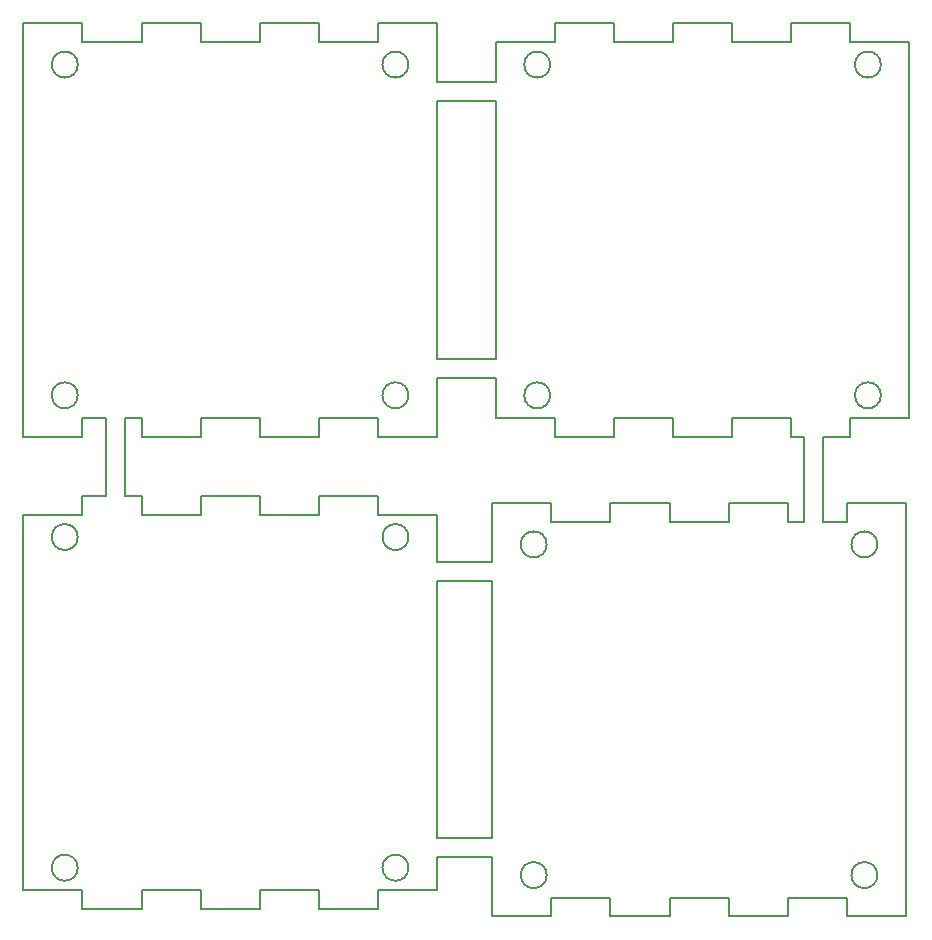
<source format=gm1>
G04 #@! TF.GenerationSoftware,KiCad,Pcbnew,(6.0.7)*
G04 #@! TF.CreationDate,2023-02-21T22:38:56+09:00*
G04 #@! TF.ProjectId,OmniDirectional_UAV,4f6d6e69-4469-4726-9563-74696f6e616c,rev?*
G04 #@! TF.SameCoordinates,Original*
G04 #@! TF.FileFunction,Profile,NP*
%FSLAX46Y46*%
G04 Gerber Fmt 4.6, Leading zero omitted, Abs format (unit mm)*
G04 Created by KiCad (PCBNEW (6.0.7)) date 2023-02-21 22:38:56*
%MOMM*%
%LPD*%
G01*
G04 APERTURE LIST*
G04 #@! TA.AperFunction,Profile*
%ADD10C,0.200000*%
G04 #@! TD*
G04 APERTURE END LIST*
D10*
X148754576Y-104759536D02*
X148754576Y-126559536D01*
X144050000Y-104759536D02*
X148754576Y-104759536D01*
X144050000Y-126559536D02*
X144050000Y-104759536D01*
X148754576Y-126559536D02*
X144050000Y-126559536D01*
X144050000Y-85938700D02*
X144050000Y-64138700D01*
X149050000Y-85938700D02*
X144050000Y-85938700D01*
X149050000Y-64138700D02*
X149050000Y-85938700D01*
X144050000Y-64138700D02*
X149050000Y-64138700D01*
X153650000Y-89038700D02*
G75*
G03*
X153650000Y-89038700I-1100000J0D01*
G01*
X181650000Y-89038700D02*
G75*
G03*
X181650000Y-89038700I-1100000J0D01*
G01*
X181650000Y-61038700D02*
G75*
G03*
X181650000Y-61038700I-1100000J0D01*
G01*
X153650000Y-61038700D02*
G75*
G03*
X153650000Y-61038700I-1100000J0D01*
G01*
X113650000Y-129038700D02*
G75*
G03*
X113650000Y-129038700I-1100000J0D01*
G01*
X141650000Y-129038700D02*
G75*
G03*
X141650000Y-129038700I-1100000J0D01*
G01*
X141650000Y-101038700D02*
G75*
G03*
X141650000Y-101038700I-1100000J0D01*
G01*
X113650000Y-101038700D02*
G75*
G03*
X113650000Y-101038700I-1100000J0D01*
G01*
X153354576Y-101659536D02*
G75*
G03*
X153354576Y-101659536I-1100000J0D01*
G01*
X181354576Y-101659536D02*
G75*
G03*
X181354576Y-101659536I-1100000J0D01*
G01*
X181354576Y-129659536D02*
G75*
G03*
X181354576Y-129659536I-1100000J0D01*
G01*
X153354576Y-129659536D02*
G75*
G03*
X153354576Y-129659536I-1100000J0D01*
G01*
X117650000Y-90938700D02*
X119050000Y-90938700D01*
X117650000Y-97538700D02*
X117650000Y-90938700D01*
X119050000Y-97538700D02*
X117650000Y-97538700D01*
X119050000Y-99138700D02*
X119050000Y-97538700D01*
X124050000Y-99138700D02*
X119050000Y-99138700D01*
X124050000Y-97538700D02*
X124050000Y-99138700D01*
X129050000Y-97538700D02*
X124050000Y-97538700D01*
X129050000Y-99138700D02*
X129050000Y-97538700D01*
X134050000Y-99138700D02*
X129050000Y-99138700D01*
X134050000Y-97538700D02*
X134050000Y-99138700D01*
X139050000Y-97538700D02*
X134050000Y-97538700D01*
X139050000Y-99138700D02*
X139050000Y-97538700D01*
X144050000Y-99138700D02*
X139050000Y-99138700D01*
X144050000Y-103159536D02*
X144050000Y-99138700D01*
X148754576Y-103159536D02*
X144050000Y-103159536D01*
X148754576Y-98159536D02*
X148754576Y-103159536D01*
X153754576Y-98159536D02*
X148754576Y-98159536D01*
X153754576Y-99759536D02*
X153754576Y-98159536D01*
X158754576Y-99759536D02*
X153754576Y-99759536D01*
X158754576Y-98159536D02*
X158754576Y-99759536D01*
X163754576Y-98159536D02*
X158754576Y-98159536D01*
X163754576Y-99759536D02*
X163754576Y-98159536D01*
X168754576Y-99759536D02*
X163754576Y-99759536D01*
X168754576Y-98159536D02*
X168754576Y-99759536D01*
X173754576Y-98159536D02*
X168754576Y-98159536D01*
X173754576Y-99759536D02*
X173754576Y-98159536D01*
X175154576Y-99759536D02*
X173754576Y-99759536D01*
X175154576Y-92538700D02*
X175154576Y-99759536D01*
X174050000Y-92538700D02*
X175154576Y-92538700D01*
X174050000Y-90938700D02*
X174050000Y-92538700D01*
X169050000Y-90938700D02*
X174050000Y-90938700D01*
X169050000Y-92538700D02*
X169050000Y-90938700D01*
X164050000Y-92538700D02*
X169050000Y-92538700D01*
X164050000Y-90938700D02*
X164050000Y-92538700D01*
X159050000Y-90938700D02*
X164050000Y-90938700D01*
X159050000Y-92538700D02*
X159050000Y-90938700D01*
X154050000Y-92538700D02*
X159050000Y-92538700D01*
X154050000Y-90938700D02*
X154050000Y-92538700D01*
X149050000Y-90938700D02*
X154050000Y-90938700D01*
X149050000Y-87538700D02*
X149050000Y-90938700D01*
X144050000Y-87538700D02*
X149050000Y-87538700D01*
X144050000Y-92538700D02*
X144050000Y-87538700D01*
X139050000Y-92538700D02*
X144050000Y-92538700D01*
X139050000Y-90938700D02*
X139050000Y-92538700D01*
X134050000Y-90938700D02*
X139050000Y-90938700D01*
X134050000Y-92538700D02*
X134050000Y-90938700D01*
X129050000Y-92538700D02*
X134050000Y-92538700D01*
X129050000Y-90938700D02*
X129050000Y-92538700D01*
X124050000Y-90938700D02*
X129050000Y-90938700D01*
X124050000Y-92538700D02*
X124050000Y-90938700D01*
X119050000Y-92538700D02*
X124050000Y-92538700D01*
X119050000Y-90938700D02*
X119050000Y-92538700D01*
X113650000Y-61038700D02*
G75*
G03*
X113650000Y-61038700I-1100000J0D01*
G01*
X141650000Y-61038700D02*
G75*
G03*
X141650000Y-61038700I-1100000J0D01*
G01*
X141650000Y-89038700D02*
G75*
G03*
X141650000Y-89038700I-1100000J0D01*
G01*
X113650000Y-89038700D02*
G75*
G03*
X113650000Y-89038700I-1100000J0D01*
G01*
X114050000Y-92538700D02*
X109050000Y-92538700D01*
X114050000Y-90938700D02*
X114050000Y-92538700D01*
X116050000Y-90938700D02*
X114050000Y-90938700D01*
X116050000Y-97538700D02*
X116050000Y-90938700D01*
X114050000Y-97538700D02*
X116050000Y-97538700D01*
X114050000Y-99138700D02*
X114050000Y-97538700D01*
X109050000Y-99138700D02*
X114050000Y-99138700D01*
X109050000Y-130938700D02*
X109050000Y-99138700D01*
X114050000Y-130938700D02*
X109050000Y-130938700D01*
X114050000Y-132538700D02*
X114050000Y-130938700D01*
X119050000Y-132538700D02*
X114050000Y-132538700D01*
X119050000Y-130938700D02*
X119050000Y-132538700D01*
X124050000Y-130938700D02*
X119050000Y-130938700D01*
X124050000Y-132538700D02*
X124050000Y-130938700D01*
X129050000Y-132538700D02*
X124050000Y-132538700D01*
X129050000Y-130938700D02*
X129050000Y-132538700D01*
X134050000Y-130938700D02*
X129050000Y-130938700D01*
X134050000Y-132538700D02*
X134050000Y-130938700D01*
X139050000Y-132538700D02*
X134050000Y-132538700D01*
X139050000Y-130938700D02*
X139050000Y-132538700D01*
X144050000Y-130938700D02*
X139050000Y-130938700D01*
X144050000Y-128159536D02*
X144050000Y-130938700D01*
X148754576Y-128159536D02*
X144050000Y-128159536D01*
X148754576Y-133159536D02*
X148754576Y-128159536D01*
X153754576Y-133159536D02*
X148754576Y-133159536D01*
X153754576Y-131559536D02*
X153754576Y-133159536D01*
X158754576Y-131559536D02*
X153754576Y-131559536D01*
X158754576Y-133159536D02*
X158754576Y-131559536D01*
X163754576Y-133159536D02*
X158754576Y-133159536D01*
X163754576Y-131559536D02*
X163754576Y-133159536D01*
X168754576Y-131559536D02*
X163754576Y-131559536D01*
X168754576Y-133159536D02*
X168754576Y-131559536D01*
X173754576Y-133159536D02*
X168754576Y-133159536D01*
X173754576Y-131559536D02*
X173754576Y-133159536D01*
X178754576Y-131559536D02*
X173754576Y-131559536D01*
X178754576Y-133159536D02*
X178754576Y-131559536D01*
X183754576Y-133159536D02*
X178754576Y-133159536D01*
X183754576Y-98159536D02*
X183754576Y-133159536D01*
X178754576Y-98159536D02*
X183754576Y-98159536D01*
X178754576Y-99759536D02*
X178754576Y-98159536D01*
X176754576Y-99759536D02*
X178754576Y-99759536D01*
X176754576Y-92538700D02*
X176754576Y-99759536D01*
X179050000Y-92538700D02*
X176754576Y-92538700D01*
X179050000Y-90938700D02*
X179050000Y-92538700D01*
X184050000Y-90938700D02*
X179050000Y-90938700D01*
X184050000Y-59138700D02*
X184050000Y-90938700D01*
X179050000Y-59138700D02*
X184050000Y-59138700D01*
X179050000Y-57538700D02*
X179050000Y-59138700D01*
X174050000Y-57538700D02*
X179050000Y-57538700D01*
X174050000Y-59138700D02*
X174050000Y-57538700D01*
X169050000Y-59138700D02*
X174050000Y-59138700D01*
X169050000Y-57538700D02*
X169050000Y-59138700D01*
X164050000Y-57538700D02*
X169050000Y-57538700D01*
X164050000Y-59138700D02*
X164050000Y-57538700D01*
X159050000Y-59138700D02*
X164050000Y-59138700D01*
X159050000Y-57538700D02*
X159050000Y-59138700D01*
X154050000Y-57538700D02*
X159050000Y-57538700D01*
X154050000Y-59138700D02*
X154050000Y-57538700D01*
X149050000Y-59138700D02*
X154050000Y-59138700D01*
X149050000Y-62538700D02*
X149050000Y-59138700D01*
X144050000Y-62538700D02*
X149050000Y-62538700D01*
X144050000Y-57538700D02*
X144050000Y-62538700D01*
X139050000Y-57538700D02*
X144050000Y-57538700D01*
X139050000Y-59138700D02*
X139050000Y-57538700D01*
X134050000Y-59138700D02*
X139050000Y-59138700D01*
X134050000Y-57538700D02*
X134050000Y-59138700D01*
X129050000Y-57538700D02*
X134050000Y-57538700D01*
X129050000Y-59138700D02*
X129050000Y-57538700D01*
X124050000Y-59138700D02*
X129050000Y-59138700D01*
X124050000Y-57538700D02*
X124050000Y-59138700D01*
X119050000Y-57538700D02*
X124050000Y-57538700D01*
X119050000Y-59138700D02*
X119050000Y-57538700D01*
X114050000Y-59138700D02*
X119050000Y-59138700D01*
X114050000Y-57538700D02*
X114050000Y-59138700D01*
X109050000Y-57538700D02*
X114050000Y-57538700D01*
X109050000Y-92538700D02*
X109050000Y-57538700D01*
M02*

</source>
